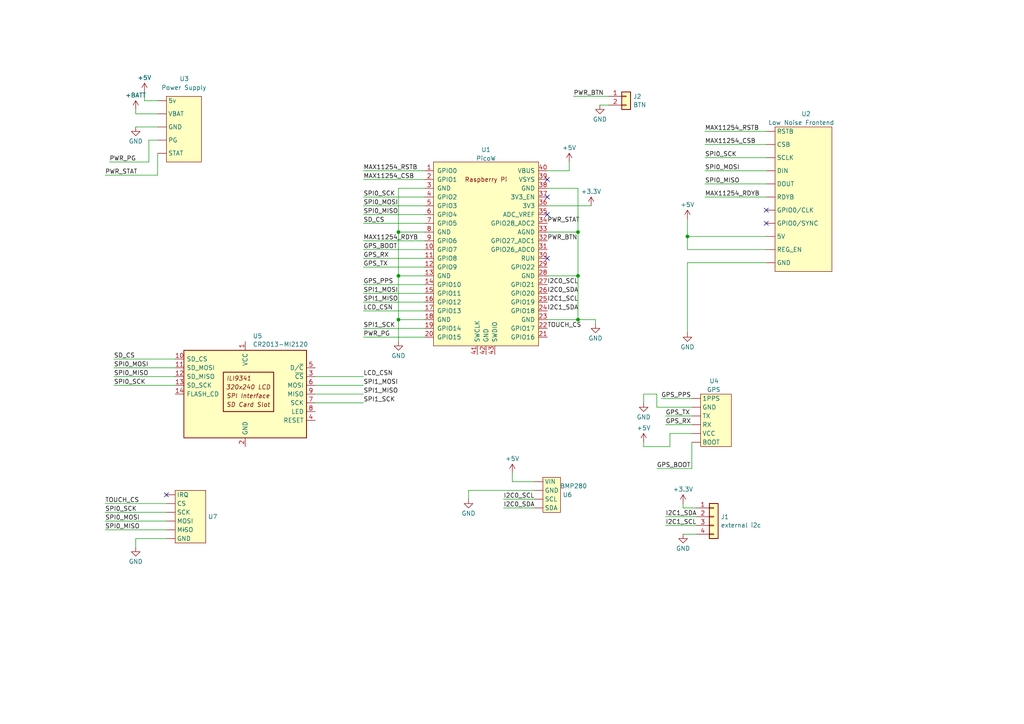
<source format=kicad_sch>
(kicad_sch (version 20230121) (generator eeschema)
  (paper "A4")
  (lib_symbols
    (symbol "Connector_Generic:Conn_01x02" (pin_names (offset 1.016) hide)
      (property "Reference" "J" (at 0 2.54 0))
      (property "Value" "Conn_01x02" (at 0 -5.08 0))
      (symbol "Conn_01x02_1_1"
        (rectangle (start -1.27 -2.413) (end 0 -2.667) (stroke (width 0.1524)))
        (rectangle (start -1.27 0.127) (end 0 -0.127) (stroke (width 0.1524)))
        (rectangle (start -1.27 1.27) (end 1.27 -3.81) (stroke (width 0.254)) (fill (type background)))
        (pin passive line (at -5.08 0 0) (length 3.81) (name "Pin_1") (number "1"))
        (pin passive line (at -5.08 -2.54 0) (length 3.81) (name "Pin_2") (number "2"))
      )
    )
    (symbol "Connector_Generic:Conn_01x04" (pin_names (offset 1.016) hide)
      (property "Reference" "J" (at 0 5.08 0))
      (property "Value" "Conn_01x04" (at 0 -7.62 0))
      (symbol "Conn_01x04_1_1"
        (rectangle (start -1.27 -4.953) (end 0 -5.207) (stroke (width 0.1524)))
        (rectangle (start -1.27 -2.413) (end 0 -2.667) (stroke (width 0.1524)))
        (rectangle (start -1.27 0.127) (end 0 -0.127) (stroke (width 0.1524)))
        (rectangle (start -1.27 2.667) (end 0 2.413) (stroke (width 0.1524)))
        (rectangle (start -1.27 3.81) (end 1.27 -6.35) (stroke (width 0.254)) (fill (type background)))
        (pin passive line (at -5.08 2.54 0) (length 3.81) (name "Pin_1") (number "1"))
        (pin passive line (at -5.08 0 0) (length 3.81) (name "Pin_2") (number "2"))
        (pin passive line (at -5.08 -2.54 0) (length 3.81) (name "Pin_3") (number "3"))
        (pin passive line (at -5.08 -5.08 0) (length 3.81) (name "Pin_4") (number "4"))
      )
    )
    (symbol "Driver_Display:CR2013-MI2120" (pin_names (offset 0.762))
      (property "Reference" "U" (at -17.526 13.97 0))
      (property "Value" "CR2013-MI2120" (at 1.905 13.97 0))
      (symbol "CR2013-MI2120_0_0"
        (text "320x240 LCD" (at 0.889 2.032 0) (effects (font (size 1.27 1.27) italic)))
        (text "ILI9341" (at -5.461 4.572 0) (effects (font (size 1.27 1.27) italic) (justify left)))
        (text "SD Card Slot" (at -5.461 -3.048 0) (effects (font (size 1.27 1.27) italic) (justify left)))
        (text "SPI Interface" (at -5.461 -0.508 0) (effects (font (size 1.27 1.27) italic) (justify left)))
      )
      (symbol "CR2013-MI2120_0_1"
        (rectangle (start -17.78 12.7) (end 17.78 -12.7) (stroke (width 0.254)) (fill (type background)))
        (rectangle (start -6.35 6.35) (end 8.255 -5.08) (stroke (width 0.254)))
      )
      (symbol "CR2013-MI2120_1_1"
        (pin power_in line (at 0 15.24 270) (length 2.54) (name "VCC") (number "1"))
        (pin input line (at -20.32 10.16 0) (length 2.54) (name "SD_CS") (number "10"))
        (pin input line (at -20.32 7.62 0) (length 2.54) (name "SD_MOSI") (number "11"))
        (pin output line (at -20.32 5.08 0) (length 2.54) (name "SD_MISO") (number "12"))
        (pin input line (at -20.32 2.54 0) (length 2.54) (name "SD_SCK") (number "13"))
        (pin input line (at -20.32 0 0) (length 2.54) (name "FLASH_CD") (number "14"))
        (pin power_in line (at 0 -15.24 90) (length 2.54) (name "GND") (number "2"))
        (pin input line (at 20.32 5.08 180) (length 2.54) (name "~{CS}") (number "3"))
        (pin input line (at 20.32 -7.62 180) (length 2.54) (name "RESET") (number "4"))
        (pin input line (at 20.32 7.62 180) (length 2.54) (name "D/~{C}") (number "5"))
        (pin input line (at 20.32 2.54 180) (length 2.54) (name "MOSI") (number "6"))
        (pin input line (at 20.32 -2.54 180) (length 2.54) (name "SCK") (number "7"))
        (pin input line (at 20.32 -5.08 180) (length 2.54) (name "LED") (number "8"))
        (pin output line (at 20.32 0 180) (length 2.54) (name "MISO") (number "9"))
      )
    )
    (symbol "custom_lib:BMP280"
      (property "Reference" "U" (at 0 6.35 0))
      (symbol "BMP280_1_1"
        (rectangle (start -2.54 5.08) (end 2.54 -5.08) (fill (type background)))
        (pin input line (at -5.08 1.27 0) (length 2.54) (name "GND") (number ""))
        (pin input line (at -5.08 -1.27 0) (length 2.54) (name "SCL") (number ""))
        (pin input line (at -5.08 -3.81 0) (length 2.54) (name "SDA") (number ""))
        (pin input line (at -5.08 3.81 0) (length 2.54) (name "VIN") (number ""))
      )
    )
    (symbol "custom_lib:GPS"
      (property "Reference" "U" (at 0 8.89 0))
      (symbol "GPS_1_1"
        (rectangle (start -3.81 7.62) (end 5.08 -7.62) (fill (type background)))
        (pin input line (at -6.35 6.35 0) (length 2.54) (name "1PPS") (number ""))
        (pin input line (at -6.35 -6.35 0) (length 2.54) (name "BOOT") (number ""))
        (pin input line (at -6.35 3.81 0) (length 2.54) (name "GND") (number ""))
        (pin input line (at -6.35 -1.27 0) (length 2.54) (name "RX") (number ""))
        (pin input line (at -6.35 1.27 0) (length 2.54) (name "TX") (number ""))
        (pin input line (at -6.35 -3.81 0) (length 2.54) (name "VCC") (number ""))
      )
    )
    (symbol "custom_lib:LowNoise"
      (property "Reference" "U" (at 0 2.54 0))
      (symbol "LowNoise_1_1"
        (rectangle (start -8.89 0) (end 7.62 -41.91) (fill (type background)))
        (pin input line (at -11.43 -31.75 0) (length 2.54) (name "5V") (number ""))
        (pin input line (at -11.43 -5.08 0) (length 2.54) (name "CSB") (number ""))
        (pin input line (at -11.43 -12.7 0) (length 2.54) (name "DIN") (number ""))
        (pin input line (at -11.43 -16.51 0) (length 2.54) (name "DOUT") (number ""))
        (pin input line (at -11.43 -39.37 0) (length 2.54) (name "GND") (number ""))
        (pin input line (at -11.43 -24.13 0) (length 2.54) (name "GPIO0/CLK") (number ""))
        (pin input line (at -11.43 -27.94 0) (length 2.54) (name "GPIO0/SYNC") (number ""))
        (pin input line (at -11.43 -20.32 0) (length 2.54) (name "RDYB") (number ""))
        (pin input line (at -11.43 -35.56 0) (length 2.54) (name "REG_EN") (number ""))
        (pin input line (at -11.43 -1.27 0) (length 2.54) (name "RSTB") (number ""))
        (pin input line (at -11.43 -8.89 0) (length 2.54) (name "SCLK") (number ""))
      )
    )
    (symbol "custom_lib:power_supply"
      (property "Reference" "U" (at 0 12.7 0))
      (symbol "power_supply_1_1"
        (rectangle (start -5.08 10.16) (end 5.08 -8.89) (fill (type background)))
        (pin input line (at -7.62 8.89 0) (length 2.54) (name "5v") (number ""))
        (pin input line (at -7.62 1.27 0) (length 2.54) (name "GND") (number ""))
        (pin input line (at -7.62 -2.54 0) (length 2.54) (name "PG") (number ""))
        (pin input line (at -7.62 -6.35 0) (length 2.54) (name "STAT") (number ""))
        (pin input line (at -7.62 5.08 0) (length 2.54) (name "VBAT") (number ""))
      )
    )
    (symbol "custom_lib:touch"
      (property "Reference" "U" (at -1.27 8.89 0))
      (symbol "touch_1_1"
        (rectangle (start -5.08 7.62) (end 3.81 -7.62) (fill (type background)))
        (pin input line (at -7.62 3.81 0) (length 2.54) (name "CS") (number ""))
        (pin input line (at -7.62 -6.35 0) (length 2.54) (name "GND") (number ""))
        (pin input line (at -7.62 6.35 0) (length 2.54) (name "IRQ") (number ""))
        (pin input line (at -7.62 -3.81 0) (length 2.54) (name "MISO") (number ""))
        (pin input line (at -7.62 -1.27 0) (length 2.54) (name "MOSI") (number ""))
        (pin input line (at -7.62 1.27 0) (length 2.54) (name "SCK") (number ""))
      )
    )
    (symbol "power:+3.3V" (power) (pin_names (offset 0))
      (property "Value" "+3.3V" (at 0 3.556 0))
      (symbol "+3.3V_0_1"
        (polyline (pts (xy -0.762 1.27) (xy 0 2.54)))
        (polyline (pts (xy 0 0) (xy 0 2.54)))
        (polyline (pts (xy 0 2.54) (xy 0.762 1.27)))
      )
      (symbol "+3.3V_1_1"
        (pin power_in line (at 0 0 90) (length 0) hide (name "+3.3V") (number "1"))
      )
    )
    (symbol "power:+5V" (power) (pin_names (offset 0))
      (property "Value" "+5V" (at 0 3.556 0))
      (symbol "+5V_0_1"
        (polyline (pts (xy -0.762 1.27) (xy 0 2.54)))
        (polyline (pts (xy 0 0) (xy 0 2.54)))
        (polyline (pts (xy 0 2.54) (xy 0.762 1.27)))
      )
      (symbol "+5V_1_1"
        (pin power_in line (at 0 0 90) (length 0) hide (name "+5V") (number "1"))
      )
    )
    (symbol "power:+BATT" (power) (pin_names (offset 0))
      (property "Value" "+BATT" (at 0 3.556 0))
      (symbol "+BATT_0_1"
        (polyline (pts (xy -0.762 1.27) (xy 0 2.54)))
        (polyline (pts (xy 0 0) (xy 0 2.54)))
        (polyline (pts (xy 0 2.54) (xy 0.762 1.27)))
      )
      (symbol "+BATT_1_1"
        (pin power_in line (at 0 0 90) (length 0) hide (name "+BATT") (number "1"))
      )
    )
    (symbol "power:GND" (power) (pin_names (offset 0))
      (property "Value" "GND" (at 0 -3.81 0))
      (symbol "GND_0_1"
        (polyline (pts (xy 0 0) (xy 0 -1.27) (xy 1.27 -1.27) (xy 0 -2.54) (xy -1.27 -1.27) (xy 0 -1.27)))
      )
      (symbol "GND_1_1"
        (pin power_in line (at 0 0 270) (length 0) hide (name "GND") (number "1"))
      )
    )
    (symbol "rpi:PicoW" (pin_names (offset 1.016))
      (property "Reference" "U" (at -13.97 27.94 0))
      (property "Value" "PicoW" (at 0 19.05 0))
      (symbol "PicoW_0_0"
        (text "Raspberry Pi" (at 0 21.59 0) (effects (font (size 1.27 1.27))))
      )
      (symbol "PicoW_0_1"
        (rectangle (start -15.24 26.67) (end 15.24 -26.67) (fill (type background)))
      )
      (symbol "PicoW_1_1"
        (pin bidirectional line (at -17.78 24.13 0) (length 2.54) (name "GPIO0") (number "1"))
        (pin bidirectional line (at -17.78 1.27 0) (length 2.54) (name "GPIO7") (number "10"))
        (pin bidirectional line (at -17.78 -1.27 0) (length 2.54) (name "GPIO8") (number "11"))
        (pin bidirectional line (at -17.78 -3.81 0) (length 2.54) (name "GPIO9") (number "12"))
        (pin power_in line (at -17.78 -6.35 0) (length 2.54) (name "GND") (number "13"))
        (pin bidirectional line (at -17.78 -8.89 0) (length 2.54) (name "GPIO10") (number "14"))
        (pin bidirectional line (at -17.78 -11.43 0) (length 2.54) (name "GPIO11") (number "15"))
        (pin bidirectional line (at -17.78 -13.97 0) (length 2.54) (name "GPIO12") (number "16"))
        (pin bidirectional line (at -17.78 -16.51 0) (length 2.54) (name "GPIO13") (number "17"))
        (pin power_in line (at -17.78 -19.05 0) (length 2.54) (name "GND") (number "18"))
        (pin bidirectional line (at -17.78 -21.59 0) (length 2.54) (name "GPIO14") (number "19"))
        (pin bidirectional line (at -17.78 21.59 0) (length 2.54) (name "GPIO1") (number "2"))
        (pin bidirectional line (at -17.78 -24.13 0) (length 2.54) (name "GPIO15") (number "20"))
        (pin bidirectional line (at 17.78 -24.13 180) (length 2.54) (name "GPIO16") (number "21"))
        (pin bidirectional line (at 17.78 -21.59 180) (length 2.54) (name "GPIO17") (number "22"))
        (pin power_in line (at 17.78 -19.05 180) (length 2.54) (name "GND") (number "23"))
        (pin bidirectional line (at 17.78 -16.51 180) (length 2.54) (name "GPIO18") (number "24"))
        (pin bidirectional line (at 17.78 -13.97 180) (length 2.54) (name "GPIO19") (number "25"))
        (pin bidirectional line (at 17.78 -11.43 180) (length 2.54) (name "GPIO20") (number "26"))
        (pin bidirectional line (at 17.78 -8.89 180) (length 2.54) (name "GPIO21") (number "27"))
        (pin power_in line (at 17.78 -6.35 180) (length 2.54) (name "GND") (number "28"))
        (pin bidirectional line (at 17.78 -3.81 180) (length 2.54) (name "GPIO22") (number "29"))
        (pin power_in line (at -17.78 19.05 0) (length 2.54) (name "GND") (number "3"))
        (pin input line (at 17.78 -1.27 180) (length 2.54) (name "RUN") (number "30"))
        (pin bidirectional line (at 17.78 1.27 180) (length 2.54) (name "GPIO26_ADC0") (number "31"))
        (pin bidirectional line (at 17.78 3.81 180) (length 2.54) (name "GPIO27_ADC1") (number "32"))
        (pin power_in line (at 17.78 6.35 180) (length 2.54) (name "AGND") (number "33"))
        (pin bidirectional line (at 17.78 8.89 180) (length 2.54) (name "GPIO28_ADC2") (number "34"))
        (pin unspecified line (at 17.78 11.43 180) (length 2.54) (name "ADC_VREF") (number "35"))
        (pin unspecified line (at 17.78 13.97 180) (length 2.54) (name "3V3") (number "36"))
        (pin input line (at 17.78 16.51 180) (length 2.54) (name "3V3_EN") (number "37"))
        (pin bidirectional line (at 17.78 19.05 180) (length 2.54) (name "GND") (number "38"))
        (pin unspecified line (at 17.78 21.59 180) (length 2.54) (name "VSYS") (number "39"))
        (pin bidirectional line (at -17.78 16.51 0) (length 2.54) (name "GPIO2") (number "4"))
        (pin unspecified line (at 17.78 24.13 180) (length 2.54) (name "VBUS") (number "40"))
        (pin input line (at -2.54 -29.21 90) (length 2.54) (name "SWCLK") (number "41"))
        (pin power_in line (at 0 -29.21 90) (length 2.54) (name "GND") (number "42"))
        (pin bidirectional line (at 2.54 -29.21 90) (length 2.54) (name "SWDIO") (number "43"))
        (pin bidirectional line (at -17.78 13.97 0) (length 2.54) (name "GPIO3") (number "5"))
        (pin bidirectional line (at -17.78 11.43 0) (length 2.54) (name "GPIO4") (number "6"))
        (pin bidirectional line (at -17.78 8.89 0) (length 2.54) (name "GPIO5") (number "7"))
        (pin power_in line (at -17.78 6.35 0) (length 2.54) (name "GND") (number "8"))
        (pin bidirectional line (at -17.78 3.81 0) (length 2.54) (name "GPIO6") (number "9"))
      )
    )
  )
  (junction (at 167.64 67.31))
  (junction (at 167.64 92.71))
  (junction (at 199.39 68.58))
  (junction (at 115.57 80.01))
  (junction (at 115.57 92.71))
  (junction (at 167.64 80.01))
  (junction (at 115.57 67.31))
  (no_connect (at 158.75 57.15))
  (no_connect (at 222.25 64.77))
  (no_connect (at 158.75 74.93))
  (no_connect (at 222.25 60.96))
  (no_connect (at 158.75 52.07))
  (no_connect (at 48.26 143.51))
  (no_connect (at 158.75 62.23))
  (wire (pts (xy 123.19 80.01) (xy 115.57 80.01)))
  (wire (pts (xy 186.69 128.27) (xy 186.69 129.54)))
  (wire (pts (xy 204.47 57.15) (xy 222.25 57.15)))
  (wire (pts (xy 39.37 36.83) (xy 45.72 36.83)))
  (wire (pts (xy 33.02 104.14) (xy 50.8 104.14)))
  (wire (pts (xy 198.12 146.05) (xy 198.12 147.32)))
  (wire (pts (xy 204.47 41.91) (xy 222.25 41.91)))
  (wire (pts (xy 173.99 30.48) (xy 176.53 30.48)))
  (wire (pts (xy 105.41 85.09) (xy 123.19 85.09)))
  (wire (pts (xy 167.64 80.01) (xy 167.64 92.71)))
  (wire (pts (xy 190.5 114.3) (xy 190.5 118.11)))
  (wire (pts (xy 204.47 49.53) (xy 222.25 49.53)))
  (wire (pts (xy 115.57 67.31) (xy 115.57 80.01)))
  (wire (pts (xy 115.57 54.61) (xy 115.57 67.31)))
  (wire (pts (xy 204.47 53.34) (xy 222.25 53.34)))
  (wire (pts (xy 30.48 50.8) (xy 45.72 50.8)))
  (wire (pts (xy 158.75 54.61) (xy 167.64 54.61)))
  (wire (pts (xy 193.04 149.86) (xy 201.93 149.86)))
  (wire (pts (xy 41.91 29.21) (xy 41.91 26.67)))
  (wire (pts (xy 123.19 67.31) (xy 115.57 67.31)))
  (wire (pts (xy 191.77 115.57) (xy 200.66 115.57)))
  (wire (pts (xy 190.5 118.11) (xy 200.66 118.11)))
  (wire (pts (xy 165.1 49.53) (xy 165.1 46.99)))
  (wire (pts (xy 154.94 142.24) (xy 135.89 142.24)))
  (wire (pts (xy 105.41 74.93) (xy 123.19 74.93)))
  (wire (pts (xy 105.41 59.69) (xy 123.19 59.69)))
  (wire (pts (xy 186.69 129.54) (xy 194.31 129.54)))
  (wire (pts (xy 30.48 148.59) (xy 48.26 148.59)))
  (wire (pts (xy 193.04 123.19) (xy 200.66 123.19)))
  (wire (pts (xy 105.41 62.23) (xy 123.19 62.23)))
  (wire (pts (xy 105.41 49.53) (xy 123.19 49.53)))
  (wire (pts (xy 91.44 116.84) (xy 105.41 116.84)))
  (wire (pts (xy 123.19 54.61) (xy 115.57 54.61)))
  (wire (pts (xy 204.47 38.1) (xy 222.25 38.1)))
  (wire (pts (xy 158.75 59.69) (xy 171.45 59.69)))
  (wire (pts (xy 91.44 111.76) (xy 105.41 111.76)))
  (wire (pts (xy 105.41 87.63) (xy 123.19 87.63)))
  (wire (pts (xy 39.37 156.21) (xy 39.37 158.75)))
  (wire (pts (xy 154.94 139.7) (xy 148.59 139.7)))
  (wire (pts (xy 199.39 63.5) (xy 199.39 68.58)))
  (wire (pts (xy 172.72 93.98) (xy 172.72 92.71)))
  (wire (pts (xy 186.69 116.84) (xy 186.69 114.3)))
  (wire (pts (xy 39.37 33.02) (xy 39.37 31.75)))
  (wire (pts (xy 105.41 69.85) (xy 123.19 69.85)))
  (wire (pts (xy 105.41 77.47) (xy 123.19 77.47)))
  (wire (pts (xy 193.04 120.65) (xy 200.66 120.65)))
  (wire (pts (xy 31.75 46.99) (xy 43.18 46.99)))
  (wire (pts (xy 158.75 49.53) (xy 165.1 49.53)))
  (wire (pts (xy 198.12 154.94) (xy 201.93 154.94)))
  (wire (pts (xy 105.41 64.77) (xy 123.19 64.77)))
  (wire (pts (xy 190.5 135.89) (xy 200.66 135.89)))
  (wire (pts (xy 186.69 114.3) (xy 190.5 114.3)))
  (wire (pts (xy 167.64 54.61) (xy 167.64 67.31)))
  (wire (pts (xy 91.44 114.3) (xy 105.41 114.3)))
  (wire (pts (xy 45.72 33.02) (xy 39.37 33.02)))
  (wire (pts (xy 105.41 57.15) (xy 123.19 57.15)))
  (wire (pts (xy 200.66 128.27) (xy 200.66 135.89)))
  (wire (pts (xy 204.47 45.72) (xy 222.25 45.72)))
  (wire (pts (xy 222.25 76.2) (xy 199.39 76.2)))
  (wire (pts (xy 105.41 95.25) (xy 123.19 95.25)))
  (wire (pts (xy 194.31 129.54) (xy 194.31 125.73)))
  (wire (pts (xy 148.59 139.7) (xy 148.59 137.16)))
  (wire (pts (xy 146.05 144.78) (xy 154.94 144.78)))
  (wire (pts (xy 146.05 147.32) (xy 154.94 147.32)))
  (wire (pts (xy 199.39 76.2) (xy 199.39 96.52)))
  (wire (pts (xy 45.72 44.45) (xy 45.72 50.8)))
  (wire (pts (xy 33.02 111.76) (xy 50.8 111.76)))
  (wire (pts (xy 166.37 27.94) (xy 176.53 27.94)))
  (wire (pts (xy 105.41 72.39) (xy 123.19 72.39)))
  (wire (pts (xy 222.25 72.39) (xy 199.39 72.39)))
  (wire (pts (xy 115.57 80.01) (xy 115.57 92.71)))
  (wire (pts (xy 30.48 153.67) (xy 48.26 153.67)))
  (wire (pts (xy 222.25 68.58) (xy 199.39 68.58)))
  (wire (pts (xy 123.19 92.71) (xy 115.57 92.71)))
  (wire (pts (xy 105.41 97.79) (xy 123.19 97.79)))
  (wire (pts (xy 199.39 68.58) (xy 199.39 72.39)))
  (wire (pts (xy 194.31 125.73) (xy 200.66 125.73)))
  (wire (pts (xy 105.41 52.07) (xy 123.19 52.07)))
  (wire (pts (xy 30.48 151.13) (xy 48.26 151.13)))
  (wire (pts (xy 167.64 67.31) (xy 167.64 80.01)))
  (wire (pts (xy 193.04 152.4) (xy 201.93 152.4)))
  (wire (pts (xy 33.02 106.68) (xy 50.8 106.68)))
  (wire (pts (xy 91.44 109.22) (xy 105.41 109.22)))
  (wire (pts (xy 115.57 92.71) (xy 115.57 99.06)))
  (wire (pts (xy 158.75 67.31) (xy 167.64 67.31)))
  (wire (pts (xy 43.18 40.64) (xy 43.18 46.99)))
  (wire (pts (xy 158.75 80.01) (xy 167.64 80.01)))
  (wire (pts (xy 105.41 90.17) (xy 123.19 90.17)))
  (wire (pts (xy 172.72 92.71) (xy 167.64 92.71)))
  (wire (pts (xy 198.12 147.32) (xy 201.93 147.32)))
  (wire (pts (xy 43.18 40.64) (xy 45.72 40.64)))
  (wire (pts (xy 33.02 109.22) (xy 50.8 109.22)))
  (wire (pts (xy 48.26 156.21) (xy 39.37 156.21)))
  (wire (pts (xy 158.75 92.71) (xy 167.64 92.71)))
  (wire (pts (xy 30.48 146.05) (xy 48.26 146.05)))
  (wire (pts (xy 105.41 82.55) (xy 123.19 82.55)))
  (wire (pts (xy 135.89 142.24) (xy 135.89 144.78)))
  (wire (pts (xy 45.72 29.21) (xy 41.91 29.21)))
  (label "SPI0_MISO" (at 105.41 62.23 0))
  (label "MAX11254_CSB" (at 204.47 41.91 0))
  (label "SPI1_SCK" (at 105.41 116.84 0))
  (label "GPS_TX" (at 193.04 120.65 0))
  (label "SPI1_MISO" (at 105.41 114.3 0))
  (label "GPS_RX" (at 105.41 74.93 0))
  (label "SPI0_SCK" (at 204.47 45.72 0))
  (label "SPI0_SCK" (at 30.48 148.59 0))
  (label "SPI0_MOSI" (at 105.41 59.69 0))
  (label "PWR_BTN" (at 158.75 69.85 0))
  (label "SPI1_MISO" (at 105.41 87.63 0))
  (label "MAX11254_RDYB" (at 105.41 69.85 0))
  (label "TOUCH_CS" (at 158.75 95.25 0))
  (label "PWR_PG" (at 105.41 97.79 0))
  (label "LCD_CSN" (at 105.41 109.22 0))
  (label "I2C0_SDA" (at 158.75 85.09 0))
  (label "MAX11254_RDYB" (at 204.47 57.15 0))
  (label "I2C0_SCL" (at 158.75 82.55 0))
  (label "SPI0_SCK" (at 33.02 111.76 0))
  (label "MAX11254_RSTB" (at 105.41 49.53 0))
  (label "MAX11254_RSTB" (at 204.47 38.1 0))
  (label "GPS_BOOT" (at 190.5 135.89 0))
  (label "I2C1_SCL" (at 193.04 152.4 0))
  (label "SPI0_MOSI" (at 30.48 151.13 0))
  (label "SPI1_MOSI" (at 105.41 111.76 0))
  (label "SPI1_MOSI" (at 105.41 85.09 0))
  (label "I2C1_SDA" (at 193.04 149.86 0))
  (label "SPI0_MISO" (at 204.47 53.34 0))
  (label "PWR_STAT" (at 158.75 64.77 0))
  (label "GPS_PPS" (at 105.41 82.55 0))
  (label "SPI0_SCK" (at 105.41 57.15 0))
  (label "PWR_PG" (at 31.75 46.99 0))
  (label "TOUCH_CS" (at 30.48 146.05 0))
  (label "SPI0_MISO" (at 30.48 153.67 0))
  (label "GPS_BOOT" (at 105.41 72.39 0))
  (label "SD_CS" (at 105.41 64.77 0))
  (label "LCD_CSN" (at 105.41 90.17 0))
  (label "PWR_BTN" (at 166.37 27.94 0))
  (label "SD_CS" (at 33.02 104.14 0))
  (label "MAX11254_CSB" (at 105.41 52.07 0))
  (label "I2C1_SCL" (at 158.75 87.63 0))
  (label "SPI0_MISO" (at 33.02 109.22 0))
  (label "PWR_STAT" (at 30.48 50.8 0))
  (label "SPI0_MOSI" (at 33.02 106.68 0))
  (label "GPS_PPS" (at 191.77 115.57 0))
  (label "I2C0_SDA" (at 146.05 147.32 0))
  (label "SPI1_SCK" (at 105.41 95.25 0))
  (label "GPS_TX" (at 105.41 77.47 0))
  (label "GPS_RX" (at 193.04 123.19 0))
  (label "I2C0_SCL" (at 146.05 144.78 0))
  (label "SPI0_MOSI" (at 204.47 49.53 0))
  (label "I2C1_SDA" (at 158.75 90.17 0))
  (symbol (lib_id "power:+5V") (at 41.91 26.67 0) (unit 1)
    (property "Reference" "#PWR02" (effects hide))
    (property "Value" "+5V" (at 41.91 22.5369 0))
  )
  (symbol (lib_id "custom_lib:GPS") (at 207.01 121.92 0) (unit 1)
    (property "Reference" "U4" (at 205.74 110.49 0) (effects (justify left)))
    (property "Value" "GPS" (at 207.01 113.03 0))
  )
  (symbol (lib_id "custom_lib:touch") (at 55.88 149.86 0) (unit 1)
    (property "Reference" "U7" (at 60.325 149.86 0) (effects (justify left)))
    (property "Value" "~" (at 53.34 153.67 0))
  )
  (symbol (lib_id "power:+5V") (at 148.59 137.16 0) (unit 1)
    (property "Reference" "#PWR012" (effects hide))
    (property "Value" "+5V" (at 148.59 133.0269 0))
  )
  (symbol (lib_id "power:+5V") (at 199.39 63.5 0) (unit 1)
    (property "Reference" "#PWR04" (effects hide))
    (property "Value" "+5V" (at 199.39 59.3669 0))
  )
  (symbol (lib_id "power:GND") (at 115.57 99.06 0) (unit 1)
    (property "Reference" "#PWR07" (effects hide))
    (property "Value" "GND" (at 115.57 103.1931 0))
  )
  (symbol (lib_id "power:GND") (at 39.37 36.83 0) (unit 1)
    (property "Reference" "#PWR01" (effects hide))
    (property "Value" "GND" (at 39.37 40.9631 0))
  )
  (symbol (lib_id "power:GND") (at 172.72 93.98 0) (unit 1)
    (property "Reference" "#PWR06" (effects hide))
    (property "Value" "GND" (at 172.72 98.1131 0))
  )
  (symbol (lib_id "power:GND") (at 199.39 96.52 0) (unit 1)
    (property "Reference" "#PWR05" (effects hide))
    (property "Value" "GND" (at 199.39 100.6531 0))
  )
  (symbol (lib_id "power:+5V") (at 186.69 128.27 0) (unit 1)
    (property "Reference" "#PWR09" (effects hide))
    (property "Value" "+5V" (at 186.69 124.1369 0))
  )
  (symbol (lib_id "Driver_Display:CR2013-MI2120") (at 71.12 114.3 0) (unit 1)
    (property "Reference" "U5" (at 73.3141 97.4557 0) (effects (justify left)))
    (property "Value" "CR2013-MI2120" (at 73.3141 99.8799 0) (effects (justify left)))
    (property "Footprint" "Display:CR2013-MI2120" (effects hide))
    (property "Datasheet" "http://pan.baidu.com/s/11Y990" (effects hide))
  )
  (symbol (lib_id "power:GND") (at 198.12 154.94 0) (unit 1)
    (property "Reference" "#PWR011" (effects hide))
    (property "Value" "GND" (at 198.12 159.0731 0))
  )
  (symbol (lib_id "custom_lib:LowNoise") (at 233.68 36.83 0) (unit 1)
    (property "Reference" "U2" (at 232.41 33.02 0) (effects (justify left)))
    (property "Value" "Low Noise Frontend" (at 232.41 35.56 0))
  )
  (symbol (lib_id "power:+3.3V") (at 171.45 59.69 0) (unit 1)
    (property "Reference" "#PWR016" (effects hide))
    (property "Value" "+3.3V" (at 171.45 55.5569 0))
  )
  (symbol (lib_id "Connector_Generic:Conn_01x04") (at 207.01 149.86 0) (unit 1)
    (property "Reference" "J1" (at 209.042 149.9179 0) (effects (justify left)))
    (property "Value" "external i2c" (at 209.042 152.3421 0) (effects (justify left)))
  )
  (symbol (lib_id "Connector_Generic:Conn_01x02") (at 181.61 27.94 0) (unit 1)
    (property "Reference" "J2" (at 183.642 27.9979 0) (effects (justify left)))
    (property "Value" "BTN" (at 183.642 30.4221 0) (effects (justify left)))
  )
  (symbol (lib_id "power:GND") (at 186.69 116.84 0) (unit 1)
    (property "Reference" "#PWR08" (effects hide))
    (property "Value" "GND" (at 186.69 120.9731 0))
  )
  (symbol (lib_id "custom_lib:power_supply") (at 53.34 38.1 0) (unit 1)
    (property "Reference" "U3" (at 52.07 22.86 0) (effects (justify left)))
    (property "Value" "Power Supply" (at 53.34 25.4 0))
  )
  (symbol (lib_id "power:GND") (at 173.99 30.48 0) (unit 1)
    (property "Reference" "#PWR014" (effects hide))
    (property "Value" "GND" (at 173.99 34.6131 0))
  )
  (symbol (lib_id "power:+3.3V") (at 198.12 146.05 0) (unit 1)
    (property "Reference" "#PWR010" (effects hide))
    (property "Value" "+3.3V" (at 198.12 141.9169 0))
  )
  (symbol (lib_id "power:GND") (at 39.37 158.75 0) (unit 1)
    (property "Reference" "#PWR017" (effects hide))
    (property "Value" "GND" (at 39.37 162.8831 0))
  )
  (symbol (lib_id "rpi:PicoW") (at 140.97 73.66 0) (unit 1)
    (property "Reference" "U1" (at 140.97 43.4172 0))
    (property "Value" "PicoW" (at 140.97 45.9541 0))
    (property "Footprint" "RPi_Pico:RPi_PicoW_SMD_TH" (effects hide))
  )
  (symbol (lib_id "power:+5V") (at 165.1 46.99 0) (unit 1)
    (property "Reference" "#PWR015" (effects hide))
    (property "Value" "+5V" (at 165.1 42.8569 0))
  )
  (symbol (lib_id "power:GND") (at 135.89 144.78 0) (unit 1)
    (property "Reference" "#PWR013" (effects hide))
    (property "Value" "GND" (at 135.89 148.9131 0))
  )
  (symbol (lib_id "power:+BATT") (at 39.37 31.75 0) (unit 1)
    (property "Reference" "#PWR03" (effects hide))
    (property "Value" "+BATT" (at 39.37 27.6169 0))
  )
  (symbol (lib_id "custom_lib:BMP280") (at 160.02 143.51 0) (unit 1)
    (property "Reference" "U6" (at 163.195 143.51 0) (effects (justify left)))
    (property "Value" "BMP280" (at 166.37 140.97 0))
  )
)
</source>
